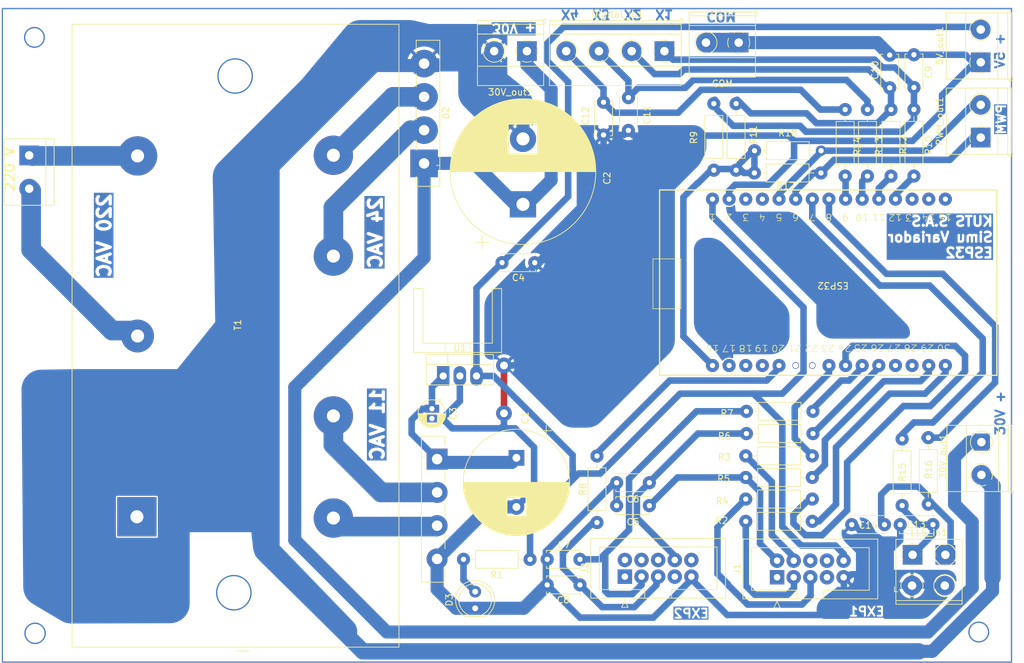
<source format=kicad_pcb>
(kicad_pcb (version 20240108) (generator "pcbnew") (generator_version "8.0")
  (layers (0 "F.Cu" signal) (31 "B.Cu" signal) (34 "B.Paste" user) (35 "F.Paste" user) (36 "B.SilkS" user "B.Silkscreen") (37 "F.SilkS" user "F.Silkscreen") (38 "B.Mask" user) (39 "F.Mask" user) (44 "Edge.Cuts" user))
  (net 0 "")
  (net 1 "Net-(D1-+)")
  (net 2 "30V")
  (net 3 "5V")
  (net 4 "11VAC")
  (net 5 "24VAC")
  (net 6 "Net-(T1-SB)")
  (net 7 "Net-(T1-SD)")
  (net 8 "Net-(D3-A)")
  (net 9 "VinAC+")
  (net 10 "0V")
  (net 11 "P1_EXP1")
  (net 12 "P2_EXP2")
  (net 13 "X1")
  (net 14 "X2")
  (net 15 "X3")
  (net 18 "X4")
  (net 19 "LLS1")
  (net 21 "LLS2")
  (net 22 "LLS1_ESP")
  (net 23 "X3_ESP")
  (net 24 "LCD_MOSI")
  (net 25 "ESP_MOSI")
  (net 26 "ESP_CS")
  (net 27 "LCD_CS")
  (net 28 "ESP_CLK")
  (net 29 "LCD_CLK")
  (net 30 "P1_ESP")
  (net 31 "P2_ESP")
  (net 32 "X1_ESP")
  (net 33 "PWM1")
  (net 34 "X2_ESP")
  (net 35 "LLS2_ESP")
  (net 36 "PWM2")
  (net 37 "X4_ESP")
  (net 46 "ENC_B")
  (net 47 "ENC_A")
  (net 50 "3,3V")
  (net 57 "0V_POT")
  (net 58 "ENC_B_ESP")
  (net 59 "ENC_A_ESP")
  (net 62 "VinAC-")
  (footprint "Resistor_THT:R_Axial_DIN0207_L6.3mm_D2.5mm_P10.16mm_Horizontal" (layer "F.Cu") (at 147.95625 50.7 180)
    (property "Reference" "R17")
    (property "Value" "10k")
  )
  (footprint "LED_THT:LED_D5.0mm" (layer "F.Cu") (at 95.15625 117.175 90)
    (property "Reference" "D3")
    (property "Value" "LED")
  )
  (footprint "Resistor_THT:R_Axial_DIN0207_L6.3mm_D2.5mm_P10.16mm_Horizontal" (layer "F.Cu") (at 135 40.12 -90)
    (property "Reference" "R11")
    (property "Value" "10k")
  )
  (footprint "Capacitor_THT:C_Disc_D5.0mm_W2.5mm_P5.00mm" (layer "F.Cu") (at 111.15625 113.6 180)
    (property "Reference" "C8")
    (property "Value" "474n")
  )
  (footprint "TerminalBlock_Phoenix:TerminalBlock_Phoenix_MKDS-1,5-2_1x02_P5.00mm_Horizontal" (layer "F.Cu") (at 161.95625 111.9)
    (property "Reference" "LLS_in1")
    (property "Value" "Conn_01x02")
  )
  (footprint "Capacitor_THT:C_Disc_D5.0mm_W2.5mm_P5.00mm" (layer "F.Cu") (at 165.05625 104.4 180)
    (property "Reference" "C13")
    (property "Value" "474n")
  )
  (footprint "Capacitor_THT:C_Disc_D5.0mm_W2.5mm_P5.00mm" (layer "F.Cu") (at 162.15625 37.65 90)
    (property "Reference" "C9")
    (property "Value" "474n")
  )
  (footprint "Resistor_THT:R_Axial_DIN0207_L6.3mm_D2.5mm_P10.16mm_Horizontal" (layer "F.Cu") (at 131.6 40.12 -90)
    (property "Reference" "R9")
    (property "Value" "10k")
  )
  (footprint "Capacitor_THT:CP_Radial_D16.0mm_P7.50mm" (layer "F.Cu") (at 101.45625 94.2 -90)
    (property "Reference" "C1")
    (property "Value" "4700u")
  )
  (footprint "Capacitor_THT:C_Disc_D5.0mm_W2.5mm_P5.00mm" (layer "F.Cu") (at 99.25625 64.4)
    (property "Reference" "C4")
    (property "Value" "100n")
  )
  (footprint "TerminalBlock_Phoenix:TerminalBlock_Phoenix_MKDS-1,5-2_1x02_P5.00mm_Horizontal" (layer "F.Cu") (at 103.05625 32.1 180)
    (property "Reference" "30V_out1")
    (property "Value" "Conn_01x02")
  )
  (footprint "Connector_IDC:IDC-Header_2x05_P2.54mm_Vertical" (layer "F.Cu") (at 118.01625 112.34 90)
    (property "Reference" "J2")
    (property "Value" "EXP2")
  )
  (footprint "Transformer_THT:Transformer_Myrra_EI30-5_44000_Horizontal" (layer "F.Cu") (at 83.50625 123.1 90)
    (property "Reference" "T1")
    (property "Value" "Transformer_Myrra_EI30-5_44000_Horizontal")
  )
  (footprint "Resistor_THT:R_Axial_DIN0207_L6.3mm_D2.5mm_P10.16mm_Horizontal" (layer "F.Cu") (at 158.65625 41.02 -90)
    (property "Reference" "R12")
    (property "Value" "390")
  )
  (footprint "TerminalBlock_Phoenix:TerminalBlock_Phoenix_MKDS-1,5-4_1x04_P5.00mm_Horizontal" (layer "F.Cu") (at 124.05625 32.1 180)
    (property "Reference" "Digital_in1")
    (property "Value" "Conn_01x04")
  )
  (footprint "Capacitor_THT:C_Disc_D5.0mm_W2.5mm_P5.00mm" (layer "F.Cu") (at 111.15625 109.7 180)
    (property "Reference" "C7")
    (property "Value" "474n")
  )
  (footprint "" (layer "F.Cu") (at 99.55625 80.1)
    (property "Reference" "")
    (property "Value" "")
  )
  (footprint "Capacitor_THT:C_Disc_D5.0mm_W2.5mm_P5.00mm" (layer "F.Cu") (at 158.45625 37.7 90)
    (property "Reference" "C10")
    (property "Value" "474n")
  )
  (footprint "Resistor_THT:R_Axial_DIN0207_L6.3mm_D2.5mm_P10.16mm_Horizontal" (layer "F.Cu") (at 113.75625 104.08 90)
    (property "Reference" "R8")
    (property "Value" "390")
  )
  (footprint "Diode_THT:Diode_Bridge_Vishay_GBU" (layer "F.Cu") (at 87.35625 49.24 90)
    (property "Reference" "D2")
    (property "Value" "RS607")
  )
  (footprint "Capacitor_THT:CP_Radial_D22.0mm_P10.00mm_SnapIn" (layer "F.Cu") (at 102.45625 55.5 90)
    (property "Reference" "C2")
    (property "Value" "4700u")
  )
  (footprint "Resistor_THT:R_Axial_DIN0207_L6.3mm_D2.5mm_P10.16mm_Horizontal" (layer "F.Cu") (at 160.35625 101.48 90)
    (property "Reference" "R15")
    (property "Value" "390")
  )
  (footprint "Capacitor_THT:CP_Radial_D4.0mm_P1.50mm" (layer "F.Cu") (at 88.55625 86.7 -90)
    (property "Reference" "C3")
    (property "Value" "10u")
  )
  (footprint "Heatsink:Heatsink_Stonecold_HS-S02_13.21x9.53mm" (layer "F.Cu") (at 92.47625 78 180)
    (property "Reference" "REF**" (hide yes))
    (property "Value" "Heatsink_Stonecold_HS-S02_13.21x9.53mm" (hide yes))
  )
  (footprint "Resistor_THT:R_Axial_DIN0207_L6.3mm_D2.5mm_P10.16mm_Horizontal" (layer "F.Cu") (at 164.35625 101.28 90)
    (property "Reference" "R16")
    (property "Value" "390")
  )
  (footprint "Resistor_THT:R_Axial_DIN0207_L6.3mm_D2.5mm_P10.16mm_Horizontal" (layer "F.Cu") (at 136.47625 93.9)
    (property "Reference" "R3")
    (property "Value" "100")
  )
  (footprint "TerminalBlock_Phoenix:TerminalBlock_Phoenix_MKDS-1,5-2_1x02_P5.00mm_Horizontal" (layer "F.Cu") (at 135.4 30.8 180)
    (property "Reference" "COM")
    (property "Value" "Conn_01x02")
  )
  (footprint "Diode_THT:Diode_Bridge_Vishay_GBU" (layer "F.Cu") (at 89.34625 94.4 -90)
    (property "Reference" "D1" (hide yes))
    (property "Value" "RS607")
  )
  (footprint "Capacitor_THT:C_Disc_D5.0mm_W2.5mm_P5.00mm" (layer "F.Cu") (at 157.65625 104.4 180)
    (property "Reference" "C14")
    (property "Value" "474n")
  )
  (footprint "Resistor_THT:R_Axial_DIN0207_L6.3mm_D2.5mm_P10.16mm_Horizontal" (layer "F.Cu") (at 155.05625 41.02 -90)
    (property "Reference" "R13")
    (property "Value" "390")
  )
  (footprint "TerminalBlock_Phoenix:TerminalBlock_Phoenix_MKDS-1,5-2_1x02_P5.00mm_Horizontal" (layer "F.Cu") (at 172.35625 33.8 90)
    (property "Reference" "5V_out1")
    (property "Value" "Conn_01x02")
  )
  (footprint "TerminalBlock_Phoenix:TerminalBlock_Phoenix_MKDS-1,5-2_1x02_P5.00mm_Horizontal" (layer "F.Cu") (at 172.45625 96.8 90)
    (property "Reference" "30V_out1")
    (property "Value" "Conn_01x02")
  )
  (footprint "Resistor_THT:R_Axial_DIN0207_L6.3mm_D2.5mm_P10.16mm_Horizontal" (layer "F.Cu") (at 151.65625 41.02 -90)
    (property "Reference" "R14")
    (property "Value" "390")
  )
  (footprint "Connector_IDC:IDC-Header_2x05_P2.54mm_Vertical" (layer "F.Cu") (at 141.25625 112.44 90)
    (property "Reference" "J1")
    (property "Value" "EXP1")
  )
  (footprint "Capacitor_THT:C_Disc_D5.0mm_W2.5mm_P5.00mm" (layer "F.Cu") (at 121.75625 98 180)
    (property "Reference" "C6")
    (property "Value" "474n")
  )
  (footprint "Capacitor_THT:C_Disc_D5.0mm_W2.5mm_P5.00mm" (layer "F.Cu") (at 118.55625 39.2 -90)
    (property "Reference" "C11")
    (property "Value" "474n")
  )
  (footprint "Doit_ESP32_Devkit_V1_footprint:ESP32_30pin" (layer "F.Cu") (at 149.416063 67.62754 180)
    (property "Reference" "ESP32")
    (property "Value" "~")
  )
  (footprint "Resistor_THT:R_Axial_DIN0207_L6.3mm_D2.5mm_P10.16mm_Horizontal" (layer "F.Cu") (at 103.53625 109.7 180)
    (property "Reference" "R1")
    (property "Value" "280")
  )
  (footprint "Capacitor_THT:C_Disc_D5.0mm_W2.5mm_P5.00mm" (layer "F.Cu") (at 121.75625 101.5 180)
    (property "Reference" "C5")
    (property "Value" "474n")
  )
  (footprint "Resistor_THT:R_Axial_DIN0207_L6.3mm_D2.5mm_P10.16mm_Horizontal" (layer "F.Cu") (at 136.57625 90.5)
    (property "Reference" "R6")
    (property "Value" "390")
  )
  (footprint "Capacitor_THT:C_Disc_D5.0mm_W2.5mm_P5.00mm" (layer "F.Cu") (at 114.75625 39.9 -90)
    (property "Reference" "C12")
    (property "Value" "474n")
  )
  (footprint "" (layer "F.Cu") (at 99.55625 87.4)
    (property "Reference" "")
    (property "Value" "")
  )
  (footprint "Resistor_THT:R_Axial_DIN0207_L6.3mm_D2.5mm_P10.16mm_Horizontal" (layer "F.Cu") (at 136.57625 87.1)
    (property "Reference" "R7")
    (property "Value" "390")
  )
  (footprint "TerminalBlock_Phoenix:TerminalBlock_Phoenix_MKDS-1,5-2_1x02_P5.00mm_Horizontal" (layer "F.Cu") (at 172.35625 45.3 90)
    (property "Reference" "PWM_out1")
    (property "Value" "Conn_01x02")
  )
  (footprint "Resistor_THT:R_Axial_DIN0207_L6.3mm_D2.5mm_P10.16mm_Horizontal" (layer "F.Cu") (at 136.47625 97.2)
    (property "Reference" "R5")
    (property "Value" "390")
  )
  (footprint "TerminalBlock:TerminalBlock_bornier-2_P5.08mm" (layer "F.Cu") (at 27.05625 53.1 90)
    (property "Reference" "220V" (hide yes))
    (property "Value" "TerminalBlock_bornier-2_P5.08mm")
  )
  (footprint "Resistor_THT:R_Axial_DIN0207_L6.3mm_D2.5mm_P10.16mm_Horizontal" (layer "F.Cu") (at 136.47625 100.5)
    (property "Reference" "R4")
    (property "Value" "100")
  )
  (footprint "Resistor_THT:R_Axial_DIN0207_L6.3mm_D2.5mm_P10.16mm_Horizontal" (layer "F.Cu") (at 147.97625 47.3 180)
    (property "Reference" "R18")
    (property "Value" "10k")
  )
  (footprint "Resistor_THT:R_Axial_DIN0207_L6.3mm_D2.5mm_P10.16mm_Horizontal" (layer "F.Cu") (at 136.47625 103.9)
    (property "Reference" "R2")
    (property "Value" "100")
  )
  (footprint "Resistor_THT:R_Axial_DIN0207_L6.3mm_D2.5mm_P10.16mm_Horizontal" (layer "F.Cu") (at 162.15625 41.02 -90)
    (property "Reference" "R10")
    (property "Value" "390")
  )
  (footprint "Package_TO_SOT_THT:TO-220-3_Vertical" (layer "F.Cu") (at 90.27625 81.7)
    (property "Reference" "U1")
    (property "Value" "L7805")
  )
  (gr_circle (center 27.95625 121) (end 29.5 121) (stroke (width 0.2)) (fill none) (layer "B.Cu") (net 7))
  (gr_rect (start 22.95625 25.6) (end 177.05625 125.4) (stroke (width 0.2)) (fill none) (layer "B.Cu") (net 57))
  (gr_circle (center 172.05625 120.8) (end 172.1 119.3) (stroke (width 0.2)) (fill none) (layer "B.Cu") (net 57))
  (gr_circle (center 27.85625 30) (end 29.35625 30) (stroke (width 0.2)) (fill none) (layer "B.Cu") (net 7))
  (gr_rect (start 22.85625 25.5) (end 177.15625 125.5) (stroke (width 0.05)) (fill none) (layer "Edge.Cuts"))
  (gr_text "PWM" (at 176.3 40 90) (layer "B.Cu" knockout) (effects (font (size 1.4 1.4) (thickness 0.3) (bold yes)) (justify left bottom mirror)))
  (gr_text "COM" (at 130.3 26 180) (layer "B.Cu") (effects (font (size 1.4 1.4) (thickness 0.3) (bold yes)) (justify left bottom mirror)))
  (gr_text "KUTS S.A.S\nSimu Variador\nESP32\n" (at 174.4 63.8 0) (layer "B.Cu" knockout) (effects (font (size 1.5 1.5) (thickness 0.375) (bold yes)) (justify left bottom mirror)))
  (gr_text "+ 5V" (at 176.1 29.2 90) (layer "B.Cu") (effects (font (size 1.4 1.4) (thickness 0.3) (bold yes)) (justify left bottom mirror)))
  (gr_text "X4  X3  X2  X1" (at 108.1 25.7 180) (layer "B.Cu") (effects (font (size 1.4 1.4) (thickness 0.3) (bold yes)) (justify left bottom mirror)))
  (gr_text "EXP2" (at 131 118.8 0) (layer "B.Cu" knockout) (effects (font (size 1.4 1.4) (thickness 0.3) (bold yes)) (justify left bottom mirror)))
  (gr_text "30V +" (at 176.15625 90.9 90) (layer "B.Cu") (effects (font (size 1.4 1.4) (thickness 0.3) (bold yes)) (justify left bottom)))
  (gr_text "EXP1" (at 157.8 118.5 0) (layer "B.Cu" knockout) (effects (font (size 1.4 1.4) (thickness 0.3) (bold yes)) (justify left bottom mirror)))
  (gr_text " 30V +" (at 96.5 27.8 180) (layer "B.Cu" knockout) (effects (font (size 1.4 1.4) (thickness 0.3) (bold yes)) (justify left bottom mirror)))
  (gr_text "220 V" (at 25 53.7 90) (layer "F.SilkS") (effects (font (size 1.5 1.5) (thickness 0.3) (bold yes)) (justify left bottom)))
  (segment (start 85.45625 90.51) (end 89.34625 94.4) (width 1) (layer "B.Cu") (net 1))
  (segment (start 88.55625 86.7) (end 87.15625 86.7) (width 1) (layer "B.Cu") (net 1))
  (segment (start 87.15625 86.7) (end 85.45625 88.4) (width 1) (layer "B.Cu") (net 1))
  (segment (start 88.55625 83.42) (end 90.27625 81.7) (width 1) (layer "B.Cu") (net 1))
  (segment (start 85.45625 88.4) (end 85.45625 90.51) (width 1) (layer "B.Cu") (net 1))
  (segment (start 89.84625 94.9) (end 89.34625 94.4) (width 2) (layer "B.Cu") (net 1))
  (segment (start 100.75625 94.9) (end 89.84625 94.9) (width 2) (layer "B.Cu") (net 1))
  (segment (start 101.45625 94.2) (end 100.75625 94.9) (width 2) (layer "B.Cu") (net 1))
  (segment (start 88.55625 86.7) (end 88.55625 83.42) (width 1) (layer "B.Cu") (net 1))
  (segment (start 164.3 120.8) (end 171.05625 114.04375) (width 2) (layer "B.Cu") (net 2))
  (segment (start 103.05625 34.2) (end 106.75625 37.9) (width 2) (layer "B.Cu") (net 2))
  (segment (start 94.99625 49.24) (end 87.35625 49.24) (width 2) (layer "B.Cu") (net 2))
  (segment (start 81.65625 120.8) (end 164.3 120.8) (width 2) (layer "B.Cu") (net 2))
  (segment (start 87.35625 63.65) (end 67.60625 83.4) (width 2) (layer "B.Cu") (net 2))
  (segment (start 106.75625 51.8) (end 102.25625 56.3) (width 2) (layer "B.Cu") (net 2))
  (segment (start 103.05625 32.1) (end 103.05625 34.2) (width 2) (layer "B.Cu") (net 2))
  (segment (start 171.05625 104) (end 168.35625 101.3) (width 2) (layer "B.Cu") (net 2))
  (segment (start 67.60625 106.75) (end 81.65625 120.8) (width 2) (layer "B.Cu") (net 2))
  (segment (start 67.60625 83.4) (end 67.60625 106.75) (width 2) (layer "B.Cu") (net 2))
  (segment (start 171.05625 114.04375) (end 171.05625 104) (width 2) (layer "B.Cu") (net 2))
  (segment (start 106.75625 37.9) (end 106.75625 51.8) (width 2) (layer "B.Cu") (net 2))
  (segment (start 170.65625 91.8) (end 172.45625 91.8) (width 2) (layer "B.Cu") (net 2))
  (segment (start 168.35625 94.1) (end 170.65625 91.8) (width 2) (layer "B.Cu") (net 2))
  (segment (start 102.05625 56.3) (end 94.99625 49.24) (width 2) (layer "B.Cu") (net 2))
  (segment (start 168.35625 101.3) (end 168.35625 94.1) (width 2) (layer "B.Cu") (net 2))
  (segment (start 87.35625 49.24) (end 87.35625 63.65) (width 2) (layer "B.Cu") (net 2))
  (segment (start 102.25625 56.3) (end 102.05625 56.3) (width 2) (layer "B.Cu") (net 2))
  (segment (start 108.65625 28.4) (end 170.95625 28.4) (width 1) (layer "B.Cu") (net 3))
  (segment (start 110.03625 95.58) (end 110.03625 93.78) (width 1) (layer "B.Cu") (net 3))
  (segment (start 110.03625 93.78) (end 97.95625 81.7) (width 1) (layer "B.Cu") (net 3))
  (segment (start 110.05625 97.5) (end 103.53625 104.02) (width 1) (layer "B.Cu") (net 3))
  (segment (start 106.15625 33.6) (end 106.15625 30.9) (width 1) (layer "B.Cu") (net 3))
  (segment (start 142.05625 104.7) (end 142.05625 88.8) (width 1) (layer "B.Cu") (net 3))
  (segment (start 142.05625 84.4) (end 145.29625 81.16) (width 1) (layer "B.Cu") (net 3))
  (segment (start 151.45625 108.9) (end 150.15625 107.6) (width 1) (layer "B.Cu") (net 3))
  (segment (start 109.35625 54.3) (end 109.35625 36.8) (width 1) (layer "B.Cu") (net 3))
  (segment (start 110.05625 95.6) (end 110.03625 95.58) (width 1) (layer "B.Cu") (net 3))
  (segment (start 145.29625 81.16) (end 145.29625 71.24) (width 1) (layer "B.Cu") (net 3))
  (segment (start 109.35625 36.8) (end 106.15625 33.6) (width 1) (layer "B.Cu") (net 3))
  (segment (start 126.45625 84.4) (end 142.05625 84.4) (width 1) (layer "B.Cu") (net 3))
  (segment (start 150.15625 107.6) (end 144.95625 107.6) (width 1) (layer "B.Cu") (net 3))
  (segment (start 110.05625 97.5) (end 110.95625 96.6) (width 1) (layer "B.Cu") (net 3))
  (segment (start 114.25625 96.6) (end 126.45625 84.4) (width 1) (layer "B.Cu") (net 3))
  (segment (start 103.53625 104.02) (end 103.53625 109.7) (width 1) (layer "B.Cu") (net 3))
  (segment (start 131.39625 57.34) (end 131.39625 54.7) (width 1) (layer "B.Cu") (net 3))
  (segment (start 95.35625 68.3) (end 109.35625 54.3) (width 1) (layer "B.Cu") (net 3))
  (segment (start 142.05625 88.8) (end 137.65625 84.4) (width 1) (layer "B.Cu") (net 3))
  (segment (start 106.15625 30.9) (end 108.65625 28.4) (width 1) (layer "B.Cu") (net 3))
  (segment (start 170.95625 28.4) (end 171.25625 28.7) (width 1) (layer "B.Cu") (net 3))
  (segment (start 110.05625 97.5) (end 110.05625 95.6) (width 1) (layer "B.Cu") (net 3))
  (segment (start 110.95625 96.6) (end 114.25625 96.6) (width 1) (layer "B.Cu") (net 3))
  (segment (start 97.95625 81.7) (end 95.35625 81.7) (width 1) (layer "B.Cu") (net 3))
  (segment (start 95.35625 81.7) (end 95.35625 68.3) (width 1) (layer "B.Cu") (net 3))
  (segment (start 144.95625 107.6) (end 142.05625 104.7) (width 1) (layer "B.Cu") (net 3))
  (segment (start 145.29625 71.24) (end 131.39625 57.34) (width 1) (layer "B.Cu") (net 3))
  (segment (start 89.34625 99.48) (end 87.083509 99.48) (width 3) (layer "B.Cu") (net 4))
  (segment (start 73.50625 87.8) (end 73.80625 87.8) (width 2) (layer "B.Cu") (net 4))
  (segment (start 87.083509 99.48) (end 80.783509 99.48) (width 3) (layer "B.Cu") (net 4))
  (segment (start 80.783509 99.48) (end 73.50625 92.202741) (width 3) (layer "B.Cu") (net 4))
  (segment (start 73.50625 92.202741) (end 73.50625 87.8) (width 3) (layer "B.Cu") (net 4))
  (segment (start 73.50625 48) (end 73.70625 48) (width 3) (layer "B.Cu") (net 5))
  (segment (start 82.62625 39.08) (end 87.35625 39.08) (width 3) (layer "B.Cu") (net 5))
  (segment (start 73.70625 48) (end 82.62625 39.08) (width 3) (layer "B.Cu") (net 5))
  (segment (start 89.34625 104.56) (end 89.20625 104.7) (width 3) (layer "B.Cu") (net 6))
  (segment (start 74.80625 104.7) (end 73.50625 103.4) (width 3) (layer "B.Cu") (net 6))
  (segment (start 89.20625 104.7) (end 74.80625 104.7) (width 3) (layer "B.Cu") (net 6))
  (segment (start 73.50625 56) (end 85.34625 44.16) (width 3) (layer "B.Cu") (net 7))
  (segment (start 73.50625 63.4) (end 73.50625 56) (width 3) (layer "B.Cu") (net 7))
  (segment (start 93.37625 112.855) (end 95.15625 114.635) (width 1) (layer "B.Cu") (net 8))
  (segment (start 93.37625 109.7) (end 93.37625 112.855) (width 1) (layer "B.Cu") (net 8))
  (segment (start 27.35625 53.4) (end 27.35625 62.413162) (width 3) (layer "B.Cu") (net 9))
  (segment (start 27.35625 62.413162) (end 39.707511 74.764423) (width 3) (layer "B.Cu") (net 9))
  (segment (start 42.770673 74.764423) (end 43.60625 75.6) (width 3) (layer "B.Cu") (net 9))
  (segment (start 39.707511 74.764423) (end 42.770673 74.764423) (width 3) (layer "B.Cu") (net 9))
  (segment (start 27.05625 53.1) (end 27.35625 53.4) (width 3) (layer "B.Cu") (net 9))
  (segment (start 99.55625 80.1) (end 99.55625 87.4) (width 1) (layer "F.Cu") (net 10))
  (via (at 99.55625 80.1) (size 0.6) (drill 0.3) (layers "F.Cu" "B.Cu") (net 10))
  (via (at 99.55625 87.4) (size 0.6) (drill 0.3) (layers "F.Cu" "B.Cu") (net 10))
  (segment (start 133.65625 118.2) (end 148.65625 118.2) (width 1) (layer "B.Cu") (net 10))
  (segment (start 161.86425 113.7085) (end 156.56475 113.7085) (width 1) (layer "B.Cu") (net 10))
  (segment (start 151.45625 115.4) (end 151.45625 113.1) (width 1) (layer "B.Cu") (net 10))
  (segment (start 143.05625 45) (end 119.35625 45) (width 1) (layer "B.Cu") (net 10))
  (segment (start 152.55625 112) (end 154.85625 112) (width 1) (layer "B.Cu") (net 10))
  (segment (start 105.95625 108.5) (end 105.95625 113.9) (width 1) (layer "B.Cu") (net 10))
  (segment (start 152.75625 104.1) (end 154.85625 106.2) (width 1) (layer "B.Cu") (net 10))
  (segment (start 156.55625 30.8) (end 137.3 30.8) (width 2) (layer "B.Cu") (net 10))
  (segment (start 97.28625 101.7) (end 89.34625 109.64) (width 2) (layer "B.Cu") (net 10))
  (segment (start 111.15625 118.6) (end 122.35625 118.6) (width 1) (layer "B.Cu") (net 10))
  (segment (start 89.34625 114.265) (end 89.34625 109.64) (width 2) (layer "B.Cu") (net 10))
  (segment (start 128.17625 112.72) (end 133.65625 118.2) (width 1) (layer "B.Cu") (net 10))
  (segment (start 92.81625 85.54) (end 90.15625 88.2) (width 1) (layer "B.Cu") (net 10))
  (segment (start 99.05625 89.7) (end 101.25625 89.7) (width 1) (layer "B.Cu") (net 10))
  (segment (start 91.65625 89.7) (end 90.15625 88.2) (width 1) (layer "B.Cu") (net 10))
  (segment (start 114.75625 44.9) (end 117.85625 44.9) (width 1) (layer "B.Cu") (net 10))
  (segment (start 135.4 30.8) (end 130.4 30.8) (width 3) (layer "B.Cu") (net 10))
  (segment (start 106.15625 113.6) (end 111.15625 118.6) (width 1) (layer "B.Cu") (net 10))
  (segment (start 148.65625 118.2) (end 151.45625 115.4) (width 1) (layer "B.Cu") (net 10))
  (segment (start 139.85625 52.5) (end 134.85625 52.5) (width 1) (layer "B.Cu") (net 10))
  (segment (start 154.85625 106.2) (end 154.85625 112) (width 1) (layer "B.Cu") (net 10))
  (segment (start 119.35625 45) (end 118.55625 44.2) (width 1) (layer "B.Cu") (net 10))
  (segment (start 104.15625 92.6) (end 104.15625 99) (width 1) (layer "B.Cu") (net 10))
  (segment (start 128.17625 112.34) (end 128.17625 112.72) (width 1) (layer "B.Cu") (net 10))
  (segment (start 143.85625 45.8) (end 143.05625 45) (width 1) (layer "B.Cu") (net 10))
  (segment (start 101.45625 101.7) (end 97.28625 101.7) (width 2) (layer "B.Cu") (net 10))
  (segment (start 143.85625 45.8) (end 143.85625 48.5) (width 1) (layer "B.Cu") (net 10))
  (segment (start 99.55625 80.1) (end 101.15625 80.1) (width 1) (layer "B.Cu") (net 10))
  (segment (start 95.15625 117.175) (end 102.58125 117.175) (width 2) (layer "B.Cu") (net 10))
  (segment (start 160.05625 106.8) (end 160.05625 104.4) (width 1) (layer "B.Cu") (net 10))
  (segment (start 162.15625 32.65) (end 170.00625 32.65) (width 1) (layer "B.Cu") (net 10))
  (segment (start 143.85625 48.5) (end 139.85625 52.5) (width 1) (layer "B.Cu") (net 10))
  (segment (start 162.10625 32.7) (end 162.15625 32.65) (width 1) (layer "B.Cu") (net 10))
  (segment (start 117.85625 44.9) (end 118.55625 44.2) (width 1) (layer "B.Cu") (net 10))
  (segment (start 137.3 30.8) (end 135.4 30.8) (width 1) (layer "B.Cu") (net 10))
  (segment (start 101.15625 80.1) (end 104.05625 77.2) (width 1) (layer "B.Cu") (net 10))
  (segment (start 158.45625 32.7) (end 162.10625 32.7) (width 1) (layer "B.Cu") (net 10))
  (segment (start 128.17625 112.78) (end 128.17625 112.34) (width 1) (layer "B.Cu") (net 10))
  (segment (start 101.25625 89.7) (end 104.15625 92.6) (width 1) (layer "B.Cu") (net 10))
  (segment (start 161.95625 45.8) (end 146.55625 45.8) (width 1) (layer "B.Cu") (net 10))
  (segment (start 156.56475 113.7085) (end 154.85625 112) (width 1) (layer "B.Cu") (net 10))
  (segment (start 133.93625 53.42) (end 133.93625 54.7) (width 1) (layer "B.Cu") (net 10))
  (segment (start 154.85625 112) (end 160.05625 106.8) (width 1) (layer "B.Cu") (net 10))
  (segment (start 104.15625 99) (end 101.45625 101.7) (width 1) (layer "B.Cu") (net 10))
  (segment (start 151.45625 113.1) (end 152.55625 112) (width 1) (layer "B.Cu") (net 10))
  (segment (start 104.05625 77.2) (end 104.05625 65.4) (width 1) (layer "B.Cu") (net 10))
  (segment (start 116.45625 98) (end 105.95625 108.5) (width 1) (layer "B.Cu") (net 10))
  (segment (start 122.35625 118.6) (end 128.17625 112.78) (width 1) (layer "B.Cu") (net 10))
  (segment (start 166.45625 41.3) (end 161.95625 45.8) (width 1) (layer "B.Cu") (net 10))
  (segment (start 90.15625 88.2) (end 88.55625 88.2) (width 1) (layer "B.Cu") (net 10))
  (segment (start 158.45625 32.7) (end 156.55625 30.8) (width 2) (layer "B.Cu") (net 10))
  (segment (start 99.55625 87.4) (end 99.55625 89.2) (width 1) (layer "B.Cu") (net 10))
  (segment (start 143.85625 45.8) (end 146.55625 45.8) (width 1) (layer "B.Cu") (net 10))
  (segment (start 99.55625 89.2) (end 99.05625 89.7) (width 1) (layer "B.Cu") (net 10))
  (segment (start 116.75625 98) (end 116.75625 101.5) (width 1) (layer "B.Cu") (net 10))
  (segment (start 102.58125 117.175) (end 106.15625 113.6) (width 2) (layer "B.Cu") (net 10))
  (segment (start 95.35625 89.7) (end 91.65625 89.7) (width 1) (layer "B.Cu") (net 10))
  (segment (start 134.85625 52.5) (end 133.93625 53.42) (width 1) (layer "B.Cu") (net 10))
  (segment (start 92.81625 81.7) (end 92.81625 85.54) (width 1) (layer "B.Cu") (net 10))
  (segment (start 95.35625 89.7) (end 99.05625 89.7) (width 1) (layer "B.Cu") (net 10))
  (segment (start 114.75625 54.7) (end 114.75625 44.9) (width 1) (layer "B.Cu") (net 10))
  (segment (start 95.15625 117.175) (end 92.25625 117.175) (width 2) (layer "B.Cu") (net 10))
  (segment (start 92.25625 117.175) (end 89.34625 114.265) (width 2) (layer "B.Cu") (net 10))
  (segment (start 171.15625 34.1) (end 166.45625 38.8) (width 1) (layer "B.Cu") (net 10))
  (segment (start 166.45625 38.8) (end 166.45625 41.3) (width 1) (layer "B.Cu") (net 10))
  (segment (start 171.15625 33.8) (end 171.15625 34.1) (width 1) (layer "B.Cu") (net 10))
  (segment (start 104.05625 65.4) (end 114.75625 54.7) (width 1) (layer "B.Cu") (net 10))
  (segment (start 170.00625 32.65) (end 171.15625 33.8) (width 1) (layer "B.Cu") (net 10))
  (segment (start 166.86425 113.7085) (end 161.86425 113.7085) (width 1) (layer "B.Cu") (net 10))
  (segment (start 138.65625 107.3) (end 141.25625 109.9) (width 1) (layer "B.Cu") (net 11))
  (segment (start 126.05625 97.2) (end 121.75625 101.5) (width 1) (layer "B.Cu") (net 11))
  (segment (start 136.47625 97.2) (end 138.65625 99.38) (width 1) (layer "B.Cu") (net 11))
  (segment (start 136.47625 97.2) (end 126.15625 97.2) (width 1) (layer "B.Cu") (net 11))
  (segment (start 138.65625 99.38) (end 138.65625 107.3) (width 1) (layer "B.Cu") (net 11))
  (segment (start 126.15625 97.2) (end 126.05625 97.2) (width 1) (layer "B.Cu") (net 11))
  (segment (start 121.65625 98) (end 121.45625 98) (width 1) (layer "B.Cu") (net 12))
  (segment (start 121.75625 98) (end 119.85625 99.9) (width 1) (layer "B.Cu") (net 12))
  (segment (start 129.15625 90.5) (end 121.65625 98) (width 1) (layer "B.Cu") (net 12))
  (segment (start 125.63625 109.18) (end 125.63625 109.8) (width 1) (layer "B.Cu") (net 12))
  (segment (start 119.85625 99.9) (end 119.85625 103.4) (width 1) (layer "B.Cu") (net 12))
  (segment (start 136.57625 90.5) (end 129.15625 90.5) (width 1) (layer "B.Cu") (net 12))
  (segment (start 119.85625 103.4) (end 125.63625 109.18) (width 1) (layer "B.Cu") (net 12))
  (segment (start 144.75625 43.5) (end 134.55625 43.5) (width 1) (layer "B.Cu") (net 13))
  (segment (start 125.35625 33.4) (end 124.05625 32.1) (width 1) (layer "B.Cu") (net 13))
  (segment (start 162.15625 41.02) (end 162.15625 42.5) (width 1) (layer "B.Cu") (net 13))
  (segment (start 162.15625 37.5) (end 159.25625 34.6) (width 1) (layer "B.Cu") (net 13))
  (segment (start 145.65625 44.4) (end 144.75625 43.5) (width 1) (layer "B.Cu") (net 13))
  (segment (start 162.15625 42.5) (end 160.25625 44.4) (width 1) (layer "B.Cu") (net 13))
  (segment (start 160.25625 44.4) (end 145.65625 44.4) (width 1) (layer "B.Cu") (net 13))
  (segment (start 157.35625 34.6) (end 156.15625 33.4) (width 1) (layer "B.Cu") (net 13))
  (segment (start 131.75625 40.7) (end 131.75625 39.52) (width 1) (layer "B.Cu") (net 13))
  (segment (start 162.15625 37.65) (end 162.15625 41.02) (width 1) (layer "B.Cu") (net 13))
  (segment (start 159.25625 34.6) (end 157.35625 34.6) (width 1) (layer "B.Cu") (net 13))
  (segment (start 134.55625 43.5) (end 131.75625 40.7) (width 1) (layer "B.Cu") (net 13))
  (segment (start 156.15625 33.4) (end 125.35625 33.4) (width 1) (layer "B.Cu") (net 13))
  (segment (start 162.15625 37.65) (end 162.15625 37.5) (width 1) (layer "B.Cu") (net 13))
  (segment (start 158.05625 37.7) (end 155.25625 34.9) (width 1) (layer "B.Cu") (net 14))
  (segment (start 156.57625 43.1) (end 158.65625 41.02) (width 1) (layer "B.Cu") (net 14))
  (segment (start 158.65625 41.02) (end 158.65625 37.6) (width 1) (layer "B.Cu") (net 14))
  (segment (start 158.45625 37.7) (end 158.05625 37.7) (width 1) (layer "B.Cu") (net 14))
  (segment (start 135.15625 39.52) (end 137.23625 41.6) (width 1) (layer "B.Cu") (net 14))
  (segment (start 145.75625 41.6) (end 147.25625 43.1) (width 1) (layer "B.Cu") (net 14))
  (segment (start 126.35625 35.6) (end 122.55625 35.6) (width 1) (layer "B.Cu") (net 14))
  (segment (start 147.25625 43.1) (end 156.57625 43.1) (width 1) (layer "B.Cu") (net 14))
  (segment (start 155.25625 34.9) (end 127.05625 34.9) (width 1) (layer "B.Cu") (net 14))
  (segment (start 127.05625 34.9) (end 126.35625 35.6) (width 1) (layer "B.Cu") (net 14))
  (segment (start 137.23625 41.6) (end 145.75625 41.6) (width 1) (layer "B.Cu") (net 14))
  (segment (start 122.55625 35.6) (end 119.05625 32.1) (width 1) (layer "B.Cu") (net 14))
  (segment (start 118.55625 39.2) (end 118.55625 36.6) (width 1) (layer "B.Cu") (net 15))
  (segment (start 151.85625 36.5) (end 128.45625 36.5) (width 1) (layer "B.Cu") (net 15))
  (segment (start 118.55625 36.6) (end 118.15625 36.2) (width 1) (layer "B.Cu") (net 15))
  (segment (start 118.15625 36.2) (end 114.05625 32.1) (width 1) (layer "B.Cu") (net 15))
  (segment (start 155.05625 39.7) (end 151.85625 36.5) (width 1) (layer "B.Cu") (net 15))
  (segment (start 127.25625 37.7) (end 120.05625 37.7) (width 1) (layer "B.Cu") (net 15))
  (segment (start 120.05625 37.7) (end 118.55625 39.2) (width 1) (layer "B.Cu") (net 15))
  (segment (start 155.05625 41.02) (end 155.05625 39.7) (width 1) (layer "B.Cu") (net 15))
  (segment (start 128.45625 36.5) (end 127.25625 37.7) (width 1) (layer "B.Cu") (net 15))
  (segment (start 114.75625 39.9) (end 114.75625 37.8) (width 1) (layer "B.Cu") (net 18))
  (segment (start 147.87625 41.02) (end 144.85625 38) (width 1) (layer "B.Cu") (net 18))
  (segment (start 144.85625 38) (end 129.65625 38) (width 1) (layer "B.Cu") (net 18))
  (segment (start 114.75625 37.8) (end 109.05625 32.1) (width 1) (layer "B.Cu") (net 18))
  (segment (start 129.65625 38) (end 126.15625 41.5) (width 1) (layer "B.Cu") (net 18))
  (segment (start 126.15625 41.5) (end 116.35625 41.5) (width 1) (layer "B.Cu") (net 18))
  (segment (start 151.65625 41.02) (end 147.87625 41.02) (width 1) (layer "B.Cu") (net 18))
  (segment (start 116.35625 41.5) (end 114.75625 39.9) (width 1) (layer "B.Cu") (net 18))
  (segment (start 160.35625 101.48) (end 160.35625 101.9) (width 1) (layer "B.Cu") (net 19))
  (segment (start 165.05625 105.9085) (end 161.95625 109.0085) (width 1) (layer "B.Cu") (net 19))
  (segment (start 165.05625 104.4) (end 165.05625 105.9085) (width 1) (layer "B.Cu") (net 19))
  (segment (start 160.35625 101.9) (end 162.85625 104.4) (width 1) (layer "B.Cu") (net 19))
  (segment (start 162.85625 104.4) (end 165.05625 104.4) (width 1) (layer "B.Cu") (net 19))
  (segment (start 167.75625 104) (end 164.27625 100.52) (width 1) (layer "B.Cu") (net 21))
  (segment (start 158.35625 98.6) (end 157.15625 99.8) (width 1) (layer "B.Cu") (net 21))
  (segment (start 157.15625 99.8) (end 157.15625 103.9) (width 1) (layer "B.Cu") (net 21))
  (segment (start 164.27625 100.02) (end 162.85625 98.6) (width 1) (layer "B.Cu") (net 21))
  (segment (start 167.75625 108.2085) (end 167.75625 104) (width 1) (layer "B.Cu") (net 21))
  (segment (start 164.27625 100.52) (end 164.27625 100.02) (width 1) (layer "B.Cu") (net 21))
  (segment (start 157.15625 103.9) (end 157.35625 104.1) (width 1) (layer "B.Cu") (net 21))
  (segment (start 166.95625 109.0085) (end 167.75625 108.2085) (width 1) (layer "B.Cu") (net 21))
  (segment (start 162.85625 98.6) (end 158.35625 98.6) (width 1) (layer "B.Cu") (net 21))
  (segment (start 172.65625 81.2) (end 165.05625 88.8) (width 1) (layer "B.Cu") (net 22))
  (segment (start 160.35625 90.6) (end 160.35625 91.32) (width 1) (layer "B.Cu") (net 22))
  (segment (start 164.55625 67.9) (end 172.65625 76) (width 1) (layer "B.Cu") (net 22))
  (segment (start 146.63625 54.7) (end 146.63625 57.58) (width 1) (layer "B.Cu") (net 22))
  (segment (start 162.15625 88.8) (end 160.35625 90.6) (width 1) (layer "B.Cu") (net 22))
  (segment (start 146.63625 57.58) (end 156.95625 67.9) (width 1) (layer "B.Cu") (net 22))
  (segment (start 172.65625 76) (end 172.65625 81.2) (width 1) (layer "B.Cu") (net 22))
  (segment (start 156.95625 67.9) (end 164.55625 67.9) (width 1) (layer "B.Cu") (net 22))
  (segment (start 165.05625 88.8) (end 162.15625 88.8) (width 1) (layer "B.Cu") (net 22))
  (segment (start 154.25625 54.7) (end 154.25625 51.98) (width 1) (layer "B.Cu") (net 23))
  (segment (start 154.25625 51.98) (end 155.05625 51.18) (width 1) (layer "B.Cu") (net 23))
  (segment (start 143.83625 114.12) (end 142.85625 115.1) (width 1) (layer "B.Cu") (net 24))
  (segment (start 143.83625 113.3) (end 143.83625 114.12) (width 1) (layer "B.Cu") (net 24))
  (segment (start 142.85625 115.1) (end 137.85625 115.1) (width 1) (layer "B.Cu") (net 24))
  (segment (start 137.85625 115.1) (end 136.47625 113.72) (width 1) (layer "B.Cu") (net 24))
  (segment (start 136.47625 113.72) (end 136.47625 103.9) (width 1) (layer "B.Cu") (net 24))
  (segment (start 163.85625 84.4) (end 158.45625 84.4) (width 1) (layer "B.Cu") (net 25))
  (segment (start 166.95625 80.1) (end 166.95625 81.3) (width 1) (layer "B.Cu") (net 25))
  (segment (start 147.65625 103.9) (end 146.63625 103.9) (width 1) (layer "B.Cu") (net 25))
  (segment (start 150.25625 92.6) (end 150.25625 101.3) (width 1) (layer "B.Cu") (net 25))
  (segment (start 158.45625 84.4) (end 150.25625 92.6) (width 1) (layer "B.Cu") (net 25))
  (segment (start 166.95625 81.3) (end 163.85625 84.4) (width 1) (layer "B.Cu") (net 25))
  (segment (start 150.25625 101.3) (end 147.65625 103.9) (width 1) (layer "B.Cu") (net 25))
  (segment (start 143.95625 91.22) (end 146.63625 93.9) (width 1) (layer "B.Cu") (net 26))
  (segment (start 143.95625 86.5) (end 143.95625 91.22) (width 1) (layer "B.Cu") (net 26))
  (segment (start 148.05625 82.4) (end 143.95625 86.5) (width 1) (layer "B.Cu") (net 26))
  (segment (start 149.17625 80.1) (end 149.17625 81.28) (width 1) (layer "B.Cu") (net 26))
  (segment (start 149.17625 81.28) (end 148.05625 82.4) (width 1) (layer "B.Cu") (net 26))
  (segment (start 140.45625 97.88) (end 140.45625 106) (width 1) (layer "B.Cu") (net 27))
  (segment (start 136.47625 93.9) (end 140.45625 97.88) (width 1) (layer "B.Cu") (net 27))
  (segment (start 143.79625 109.34) (end 143.79625 109.9) (width 1) (layer "B.Cu") (net 27))
  (segment (start 140.45625 106) (end 143.79625 109.34) (width 1) (layer "B.Cu") (net 27))
  (segment (start 164.65625 86.3) (end 160.55625 86.3) (width 1) (layer "B.Cu") (net 28))
  (segment (start 152.75625 77.1) (end 168.45625 77.1) (width 1) (layer "B.Cu") (net 28))
  (segment (start 148.15625 106) (end 145.55625 106) (width 1) (layer "B.Cu") (net 28))
  (segment (start 160.55625 86.3) (end 151.95625 94.9) (width 1) (layer "B.Cu") (net 28))
  (segment (start 151.95625 94.9) (end 151.95625 102.2) (width 1) (layer "B.Cu") (net 28))
  (segment (start 169.95625 78.6) (end 169.95625 81) (width 1) (layer "B.Cu") (net 28))
  (segment (start 151.95625 102.2) (end 148.15625 106) (width 1) (layer "B.Cu") (net 28))
  (segment (start 169.95625 81) (end 164.65625 86.3) (width 1) (layer "B.Cu") (net 28))
  (segment (start 146.15625 100.5) (end 146.63625 100.5) (width 1) (layer "B.Cu") (net 28))
  (segment (start 143.75625 102.9) (end 146.15625 100.5) (width 1) (layer "B.Cu") (net 28))
  (segment (start 151.71625 80.1) (end 151.71625 78.14) (width 1) (layer "B.Cu") (net 28))
  (segment (start 168.45625 77.1) (end 169.95625 78.6) (width 1) (layer "B.Cu") (net 28))
  (segment (start 145.55625 106) (end 143.75625 104.2) (width 1) (layer "B.Cu") (net 28))
  (segment (start 151.71625 78.14) (end 152.75625 77.1) (width 1) (layer "B.Cu") (net 28))
  (segment (start 143.75625 104.2) (end 143.75625 102.9) (width 1) (layer "B.Cu") (net 28))
  (segment (start 146.37625 115.28) (end 146.37625 113.3) (width 1) (layer "B.Cu") (net 29))
  (segment (start 132.15625 111.9) (end 133.75625 113.5) (width 1) (layer "B.Cu") (net 29))
  (segment (start 136.47625 100.5) (end 132.15625 104.82) (width 1) (layer "B.Cu") (net 29))
  (segment (start 133.75625 113.5) (end 133.75625 113.6) (width 1) (layer "B.Cu") (net 29))
  (segment (start 145.05625 116.6) (end 146.37625 115.28) (width 1) (layer "B.Cu") (net 29))
  (segment (start 132.15625 104.82) (end 132.15625 111.9) (width 1) (layer "B.Cu") (net 29))
  (segment (start 136.75625 116.6) (end 145.05625 116.6) (width 1) (layer "B.Cu") (net 29))
  (segment (start 133.75625 113.6) (end 136.75625 116.6) (width 1) (layer "B.Cu") (net 29))
  (segment (start 148.55625 95.28) (end 146.63625 97.2) (width 1) (layer "B.Cu") (net 30))
  (segment (start 164.41625 80.1) (end 164.41625 81.24) (width 1) (layer "B.Cu") (net 30))
  (segment (start 163.15625 82.5) (end 157.55625 82.5) (width 1) (layer "B.Cu") (net 30))
  (segment (start 157.55625 82.5) (end 148.55625 91.5) (width 1) (layer "B.Cu") (net 30))
  (segment (start 148.55625 91.5) (end 148.55625 95.28) (width 1) (layer "B.Cu") (net 30))
  (segment (start 164.41625 81.24) (end 163.15625 82.5) (width 1) (layer "B.Cu") (net 30))
  (segment (start 156.79625 80.1) (end 156.79625 80.44) (width 1) (layer "B.Cu") (net 31))
  (segment (start 156.79625 80.44) (end 146.73625 90.5) (width 1) (layer "B.Cu") (net 31))
  (segment (start 159.33625 54.7) (end 159.33625 54) (width 1) (layer "B.Cu") (net 32))
  (segment (start 159.33625 54) (end 162.15625 51.18) (width 1) (layer "B.Cu") (net 32))
  (segment (start 147.95625 50.7) (end 149.95625 48.7) (width 1) (layer "B.Cu") (net 33))
  (segment (start 146.85625 50.7) (end 147.95625 50.7) (width 1) (layer "B.Cu") (net 33))
  (segment (start 144.09625 54.7) (end 144.09625 53.46) (width 1) (layer "B.Cu") (net 33))
  (segment (start 144.09625 53.46) (end 146.85625 50.7) (width 1) (layer "B.Cu") (net 33))
  (segment (start 167.65625 48.7) (end 171.15625 45.2) (width 1) (layer "B.Cu") (net 33))
  (segment (start 149.95625 48.7) (end 167.65625 48.7) (width 1) (layer "B.Cu") (net 33))
  (segment (start 156.79625 53.04) (end 158.65625 51.18) (width 1) (layer "B.Cu") (net 34))
  (segment (start 156.79625 54.7) (end 156.79625 53.04) (width 1) (layer "B.Cu") (net 34))
  (segment (start 149.17625 57.32) (end 149.17625 54.7) (width 1) (layer "B.Cu") (net 35))
  (segment (start 166.13625 91.12) (end 174.55625 82.7) (width 1) (layer "B.Cu") (net 35))
  (segment (start 174.55625 74.1) (end 166.55625 66.1) (width 1) (layer "B.Cu") (net 35))
  (segment (start 164.35625 91.12) (end 166.13625 91.12) (width 1) (layer "B.Cu") (net 35))
  (segment (start 174.55625 82.7) (end 174.55625 74.1) (width 1) (layer "B.Cu") (net 35))
  (segment (start 157.95625 66.1) (end 149.17625 57.32) (width 1) (layer "B.Cu") (net 35))
  (segment (start 163.75625 91.12) (end 164.35625 91.12) (width 1) (layer "B.Cu") (net 35))
  (segment (start 166.55625 66.1) (end 157.95625 66.1) (width 1) (layer "B.Cu") (net 35))
  (segment (start 171.15625 40.2) (end 164.05625 47.3) (width 1) (layer "B.Cu") (net 36))
  (segment (start 164.05625 47.3) (end 147.97625 47.3) (width 1) (layer "B.Cu") (net 36))
  (segment (start 141.55625 53.9) (end 147.97625 47.48) (width 1) (layer "B.Cu") (net 36))
  (segment (start 147.97625 47.48) (end 147.97625 47.3) (width 1) (layer "B.Cu") (net 36))
  (segment (start 141.55625 54.7) (end 141.55625 53.9) (width 1) (layer "B.Cu") (net 36))
  (segment (start 151.71625 54.7) (end 151.71625 51.24) (width 1) (layer "B.Cu") (net 37))
  (segment (start 151.71625 51.24) (end 151.65625 51.18) (width 1) (layer "B.Cu") (net 37))
  (segment (start 114.55625 117) (end 108.55625 111) (width 1) (layer "B.Cu") (net 46))
  (segment (start 122.841395 113.614855) (end 119.45625 117) (width 1) (layer "B.Cu") (net 46))
  (segment (start 113.17625 104.08) (end 113.75625 104.08) (width 1) (layer "B.Cu") (net 46))
  (segment (start 108.55625 108.7) (end 113.17625 104.08) (width 1) (layer "B.Cu") (net 46))
  (segment (start 123.09625 112.34) (end 122.841395 112.594855) (width 1) (layer "B.Cu") (net 46))
  (segment (start 122.841395 112.594855) (end 122.841395 113.614855) (width 1) (layer "B.Cu") (net 46))
  (segment (start 119.45625 117) (end 114.55625 117) (width 1) (layer "B.Cu") (net 46))
  (segment (start 108.55625 111) (end 108.55625 108.7) (width 1) (layer "B.Cu") (net 46))
  (segment (start 115.01625 114.54) (end 115.47625 115) (width 1) (layer "B.Cu") (net 47))
  (segment (start 120.55625 113.6) (end 120.55625 112.34) (width 1) (layer "B.Cu") (net 47))
  (segment (start 114.15625 109.7) (end 111.15625 109.7) (width 1) (layer "B.Cu") (net 47))
  (segment (start 115.01625 108.84) (end 115.01625 114.54) (width 1) (layer "B.Cu") (net 47))
  (segment (start 128.95625 87.1) (end 118.65625 97.4) (width 1) (layer "B.Cu") (net 47))
  (segment (start 118.65625 105.2) (end 115.01625 108.84) (width 1) (layer "B.Cu") (net 47))
  (segment (start 136.57625 87.1) (end 128.95625 87.1) (width 1) (layer "B.Cu") (net 47))
  (segment (start 115.47625 115) (end 119.15625 115) (width 1) (layer "B.Cu") (net 47))
  (segment (start 118.65625 97.4) (end 118.65625 105.2) (width 1) (layer "B.Cu") (net 47))
  (segment (start 115.01625 108.84) (end 114.15625 109.7) (width 1) (layer "B.Cu") (net 47))
  (segment (start 119.15625 115) (end 120.55625 113.6) (width 1) (layer "B.Cu") (net 47))
  (segment (start 115.01625 114.54) (end 115.01625 113.5) (width 1) (layer "B.Cu") (net 47))
  (segment (start 126.95625 75.66) (end 126.95625 54.4) (width 1) (layer "B.Cu") (net 50))
  (segment (start 137.79625 50.7) (end 137.79625 47.32) (width 1) (layer "B.Cu") (net 50))
  (segment (start 134.73625 50.1) (end 135.15625 49.68) (width 1) (layer "B.Cu") (net 50))
  (segment (start 129.15625 52.28) (end 131.33625 50.1) (width 1) (layer "B.Cu") (net 50))
  (segment (start 135.15625 49.68) (end 137.53625 47.3) (width 1) (layer "B.Cu") (net 50))
  (segment (start 126.95625 54.4) (end 129.07625 52.28) (width 1) (layer "B.Cu") (net 50))
  (segment (start 137.79625 47.32) (end 137.81625 47.3) (width 1) (layer "B.Cu") (net 50))
  (segment (start 131.39625 80.1) (end 126.95625 75.66) (width 1) (layer "B.Cu") (net 50))
  (segment (start 131.33625 50.1) (end 134.73625 50.1) (width 1) (layer "B.Cu") (net 50))
  (segment (start 137.79625 50.7) (end 136.17625 50.7) (width 1) (layer "B.Cu") (net 50))
  (segment (start 129.07625 52.28) (end 129.15625 52.28) (width 1) (layer "B.Cu") (net 50))
  (segment (start 136.17625 50.7) (end 135.15625 49.68) (width 1) (layer "B.Cu") (net 50))
  (segment (start 137.53625 47.3) (end 137.81625 47.3) (width 1) (layer "B.Cu") (net 50))
  (segment (start 98.05625 36.5) (end 102.45625 40.9) (width 2) (layer "B.Cu") (net 57))
  (segment (start 64.30625 49.8) (end 64.30625 110.05) (width 2) (layer "B.Cu") (net 57))
  (segment (start 162.90625 123.75) (end 164.95 123.75) (width 2) (layer "B.Cu") (net 57))
  (segment (start 174.15625 112.5) (end 174.15625 98.5) (width 2.5) (layer "B.Cu") (net 57))
  (segment (start 164.95 123.75) (end 174.15625 114.54375) (width 2) (layer "B.Cu") (net 57))
  (segment (start 79.80625 34.3) (end 64.30625 49.8) (width 2) (layer "B.Cu") (net 57))
  (segment (start 89.40625 34.2) (end 89.30625 34.3) (width 2) (layer "B.Cu") (net 57))
  (segment (start 78.00625 123.75) (end 162.90625 123.75) (width 2.5) (layer "B.Cu") (net 57))
  (segment (start 98.05625 32.1) (end 95.95625 34.2) (width 2) (layer "B.Cu") (net 57))
  (segment (start 98.05625 32.1) (end 98.05625 36.5) (width 2) (layer "B.Cu") (net 57))
  (segment (start 95.95625 34.2) (end 89.40625 34.2) (width 2) (layer "B.Cu") (net 57))
  (segment (start 174.15625 114.54375) (end 174.15625 112.5) (width 2) (layer "B.Cu") (net 57))
  (segment (start 64.30625 110.05) (end 78.00625 123.75) (width 2.5) (layer "B.Cu") (net 57))
  (segment (start 102.45625 40.9) (end 102.45625 45.5) (width 2) (layer "B.Cu") (net 57))
  (segment (start 89.30625 34.3) (end 79.80625 34.3) (width 2) (layer "B.Cu") (net 57))
  (segment (start 174.15625 98.5) (end 172.45625 96.8) (width 2.5) (layer "B.Cu") (net 57))
  (segment (start 124.85625 82.4) (end 139.65625 82.4) (width 1) (layer "B.Cu") (net 58))
  (segment (start 113.75625 93.92) (end 113.75625 93.5) (width 1) (layer "B.Cu") (net 58))
  (segment (start 141.55625 80.5) (end 141.55625 80.1) (width 1) (layer "B.Cu") (net 58))
  (segment (start 113.75625 93.5) (end 124.85625 82.4) (width 1) (layer "B.Cu") (net 58))
  (segment (start 139.65625 82.4) (end 141.55625 80.5) (width 1) (layer "B.Cu") (net 58))
  (segment (start 152.25625 82.4) (end 151.05625 82.4) (width 1) (layer "B.Cu") (net 59))
  (segment (start 154.25625 80.4) (end 152.25625 82.4) (width 1) (layer "B.Cu") (net 59))
  (segment (start 151.05625 82.4) (end 146.73625 86.72) (width 1) (layer "B.Cu") (net 59))
  (segment (start 154.25625 80.1) (end 154.25625 80.4) (width 1) (layer "B.Cu") (net 59))
  (segment (start 146.73625 86.72) (end 146.73625 87.1) (width 1) (layer "B.Cu") (net 59))
  (segment (start 43.60625 48.1) (end 27.57625 48.1) (width 3) (layer "B.Cu") (net 62))
  (segment (start 27.57625 48.1) (end 27.55625 48.12) (width 3) (layer "B.Cu") (net 62))
  (zone (net 46) (net_name "ENC_B") (layer "B.Cu") (priority 3) (connect_pads (clearance 0)) (min_thickness 0.25) (fill yes (thermal_gap 0.5) (thermal_bridge_width 0.5) (smoothing fillet) (radius 3) (island_removal_mode 1) (island_area_min 10))
    (polygon (pts (xy 132.15625 60.6) (xy 143.15625 71.5) (xy 143.15625 78.4) (xy 134.55625 78.4) (xy 134.55625 79.9) (xy 133.15625 79.8) (xy 131.95625 78.1) (xy 128.55625 74.7) (xy 128.55625 60.6)))
  )
  (zone (net 10) (net_name "0V") (layer "B.Cu") (connect_pads (clearance 0)) (min_thickness 0.25) (fill yes (thermal_gap 0.5) (thermal_bridge_width 0.5) (smoothing fillet) (radius 3))
    (polygon (pts (xy 130.45625 43.4) (xy 130.45625 47.4) (xy 129.45625 49.4) (xy 125.65625 53.2) (xy 125.65625 77.4) (xy 113.45625 89.6) (xy 108.95625 89.6) (xy 98.55625 79.2) (xy 96.55625 79.2) (xy 96.55625 69.9) (xy 102.15625 64.3) (xy 110.65625 55.7) (xy 110.65625 43.4) (xy 111.25625 43.4)))
  )
  (zone (net 57) (net_name "0V_POT") (layer "B.Cu") (priority 1) (connect_pads (clearance 0)) (min_thickness 0.25) (fill yes (thermal_gap 0.5) (thermal_bridge_width 0.5) (smoothing fillet) (radius 3))
    (polygon (pts (xy 75.76703 123.251041) (xy 61.36703 109.051041) (xy 60.96703 105.551041) (xy 51.56703 105.551041) (xy 51.56703 119.451041) (xy 32.65625 119.5) (xy 26.16703 115.651041) (xy 25.85625 80.8) (xy 34.16703 80.651041) (xy 49.66703 80.651041) (xy 55.46703 73.451041) (xy 55.06703 50.051041) (xy 68.66703 36.451041) (xy 76.26703 27.351041) (xy 85.46703 27.351041) (xy 88.06703 27.951041) (xy 99.86703 27.951041) (xy 100.06703 29.551041) (xy 100.06703 35.651041) (xy 103.96703 38.751041) (xy 104.06703 46.551041) (xy 99.76703 46.851041) (xy 92.56703 39.651041) (xy 92.56703 33.451041) (xy 81.16703 33.451041) (xy 71.36703 43.251041) (xy 64.76703 47.951041) (xy 64.66703 106.951041) (xy 77.75625 120.5)))
  )
  (zone (net 47) (net_name "ENC_A") (layer "B.Cu") (priority 2) (connect_pads (clearance 0)) (min_thickness 0.25) (fill yes (thermal_gap 0.5) (thermal_bridge_width 0.5) (smoothing fillet) (radius 3))
    (polygon (pts (xy 133.45625 53.3) (xy 133.45625 57) (xy 147.25625 70.8) (xy 147.25625 76) (xy 161.55625 76) (xy 161.55625 74.3) (xy 143.85625 56.6) (xy 134.95625 56.6) (xy 134.45625 53)))
  )
  (zone (net 10) (net_name "0V") (layer "B.Cu") (priority 4) (connect_pads (clearance 0)) (min_thickness 0.25) (fill yes (thermal_gap 0.5) (thermal_bridge_width 0.5) (smoothing fillet) (radius 2))
    (polygon (pts (xy 159.1 107.8) (xy 159.1 111.3) (xy 168.6 111.3) (xy 168.7 114.2) (xy 166.2 116.6) (xy 164 118.8) (xy 147.3 118.8) (xy 147.3 116.3) (xy 150.5 113.9) (xy 152.8 111.5) (xy 153.3 111.5) (xy 153.3 108.7) (xy 151.1 106.5) (xy 151.1 104.8) (xy 152.6 103.3) (xy 155.2 103.3) (xy 156.3 105.5) (xy 157.4 106.2) (xy 160.2 106.2)))
  )
)
</source>
